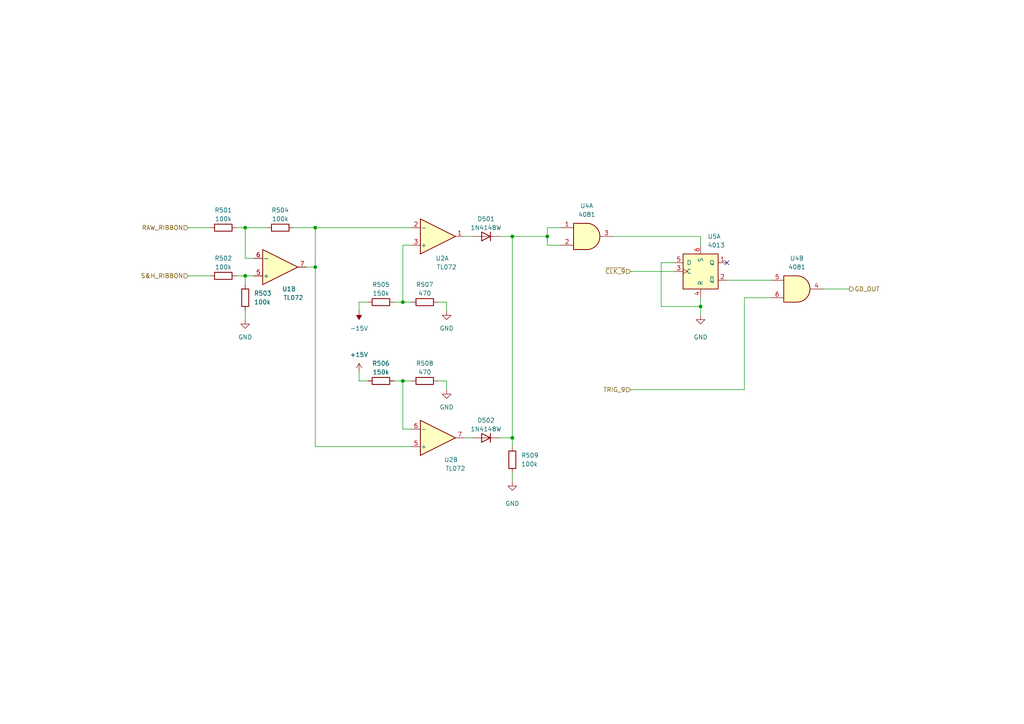
<source format=kicad_sch>
(kicad_sch (version 20211123) (generator eeschema)
  (paper "A4")
  (title_block (title "Josh Ox Ribbon Synth Ribbon board") (date "2022-06-17") (rev "0") (comment 1 "creativecommons.org/licences/by/4.0") (comment 2 "license: CC by 4.0") (comment 3 "Author: Jordan Aceto"))
  (lib_symbols
    (symbol "4xxx:4013" (pin_names (offset 1.016))
      (property "Reference" "U" (at -7.62 8.89 0))
      (property "Value" "4013" (at -7.62 -8.89 0))
      (symbol "4013_1_1"
        (rectangle (start -5.08 5.08) (end 5.08 -5.08) (stroke (width 0.254)) (fill (type background)))
        (pin output line (at 7.62 2.54 180) (length 2.54) (name "Q") (number "1"))
        (pin output line (at 7.62 -2.54 180) (length 2.54) (name "~{Q}") (number "2"))
        (pin input clock (at -7.62 0 0) (length 2.54) (name "C") (number "3"))
        (pin input line (at 0 -7.62 90) (length 2.54) (name "R") (number "4"))
        (pin input line (at -7.62 2.54 0) (length 2.54) (name "D") (number "5"))
        (pin input line (at 0 7.62 270) (length 2.54) (name "S") (number "6"))
      )
      (symbol "4013_2_1"
        (rectangle (start -5.08 5.08) (end 5.08 -5.08) (stroke (width 0.254)) (fill (type background)))
        (pin input line (at 0 -7.62 90) (length 2.54) (name "R") (number "10"))
        (pin input clock (at -7.62 0 0) (length 2.54) (name "C") (number "11"))
        (pin output line (at 7.62 -2.54 180) (length 2.54) (name "~{Q}") (number "12"))
        (pin output line (at 7.62 2.54 180) (length 2.54) (name "Q") (number "13"))
        (pin input line (at 0 7.62 270) (length 2.54) (name "S") (number "8"))
        (pin input line (at -7.62 2.54 0) (length 2.54) (name "D") (number "9"))
      )
      (symbol "4013_3_0"
        (pin power_in line (at 0 10.16 270) (length 2.54) (name "VDD") (number "14"))
        (pin power_in line (at 0 -10.16 90) (length 2.54) (name "VSS") (number "7"))
      )
      (symbol "4013_3_1"
        (rectangle (start -5.08 7.62) (end 5.08 -7.62) (stroke (width 0.254)) (fill (type background)))
      )
    )
    (symbol "4xxx:4081" (pin_names (offset 1.016))
      (property "Reference" "U" (at 0 1.27 0))
      (property "Value" "4081" (at 0 -1.27 0))
      (symbol "4081_1_1"
        (arc (start 0 -3.81) (mid 3.81 0) (end 0 3.81) (stroke (width 0.254)) (fill (type background)))
        (polyline (pts (xy 0 3.81) (xy -3.81 3.81) (xy -3.81 -3.81) (xy 0 -3.81)) (stroke (width 0.254)) (fill (type background)))
        (pin input line (at -7.62 2.54 0) (length 3.81) (name "~") (number "1"))
        (pin input line (at -7.62 -2.54 0) (length 3.81) (name "~") (number "2"))
        (pin output line (at 7.62 0 180) (length 3.81) (name "~") (number "3"))
      )
      (symbol "4081_1_2"
        (arc (start -3.81 -3.81) (mid -2.589 0) (end -3.81 3.81) (stroke (width 0.254)))
        (arc (start -0.6096 -3.81) (mid 2.1842 -2.5851) (end 3.81 0) (stroke (width 0.254)) (fill (type background)))
        (polyline (pts (xy -3.81 -3.81) (xy -0.635 -3.81)) (stroke (width 0.254)) (fill (type background)))
        (polyline (pts (xy -3.81 3.81) (xy -0.635 3.81)) (stroke (width 0.254)) (fill (type background)))
        (polyline (pts (xy -0.635 3.81) (xy -3.81 3.81) (xy -3.81 3.81) (xy -3.556 3.4036) (xy -3.0226 2.2606) (xy -2.6924 1.0414) (xy -2.6162 -0.254) (xy -2.7686 -1.4986) (xy -3.175 -2.7178) (xy -3.81 -3.81) (xy -3.81 -3.81) (xy -0.635 -3.81)) (stroke (width -25.4)) (fill (type background)))
        (arc (start 3.81 0) (mid 2.1915 2.5936) (end -0.6096 3.81) (stroke (width 0.254)) (fill (type background)))
        (pin input inverted (at -7.62 2.54 0) (length 4.318) (name "~") (number "1"))
        (pin input inverted (at -7.62 -2.54 0) (length 4.318) (name "~") (number "2"))
        (pin output inverted (at 7.62 0 180) (length 3.81) (name "~") (number "3"))
      )
      (symbol "4081_2_1"
        (arc (start 0 -3.81) (mid 3.81 0) (end 0 3.81) (stroke (width 0.254)) (fill (type background)))
        (polyline (pts (xy 0 3.81) (xy -3.81 3.81) (xy -3.81 -3.81) (xy 0 -3.81)) (stroke (width 0.254)) (fill (type background)))
        (pin output line (at 7.62 0 180) (length 3.81) (name "~") (number "4"))
        (pin input line (at -7.62 2.54 0) (length 3.81) (name "~") (number "5"))
        (pin input line (at -7.62 -2.54 0) (length 3.81) (name "~") (number "6"))
      )
      (symbol "4081_2_2"
        (arc (start -3.81 -3.81) (mid -2.589 0) (end -3.81 3.81) (stroke (width 0.254)))
        (arc (start -0.6096 -3.81) (mid 2.1842 -2.5851) (end 3.81 0) (stroke (width 0.254)) (fill (type background)))
        (polyline (pts (xy -3.81 -3.81) (xy -0.635 -3.81)) (stroke (width 0.254)) (fill (type background)))
        (polyline (pts (xy -3.81 3.81) (xy -0.635 3.81)) (stroke (width 0.254)) (fill (type background)))
        (polyline (pts (xy -0.635 3.81) (xy -3.81 3.81) (xy -3.81 3.81) (xy -3.556 3.4036) (xy -3.0226 2.2606) (xy -2.6924 1.0414) (xy -2.6162 -0.254) (xy -2.7686 -1.4986) (xy -3.175 -2.7178) (xy -3.81 -3.81) (xy -3.81 -3.81) (xy -0.635 -3.81)) (stroke (width -25.4)) (fill (type background)))
        (arc (start 3.81 0) (mid 2.1915 2.5936) (end -0.6096 3.81) (stroke (width 0.254)) (fill (type background)))
        (pin output inverted (at 7.62 0 180) (length 3.81) (name "~") (number "4"))
        (pin input inverted (at -7.62 2.54 0) (length 4.318) (name "~") (number "5"))
        (pin input inverted (at -7.62 -2.54 0) (length 4.318) (name "~") (number "6"))
      )
      (symbol "4081_3_1"
        (arc (start 0 -3.81) (mid 3.81 0) (end 0 3.81) (stroke (width 0.254)) (fill (type background)))
        (polyline (pts (xy 0 3.81) (xy -3.81 3.81) (xy -3.81 -3.81) (xy 0 -3.81)) (stroke (width 0.254)) (fill (type background)))
        (pin output line (at 7.62 0 180) (length 3.81) (name "~") (number "10"))
        (pin input line (at -7.62 2.54 0) (length 3.81) (name "~") (number "8"))
        (pin input line (at -7.62 -2.54 0) (length 3.81) (name "~") (number "9"))
      )
      (symbol "4081_3_2"
        (arc (start -3.81 -3.81) (mid -2.589 0) (end -3.81 3.81) (stroke (width 0.254)))
        (arc (start -0.6096 -3.81) (mid 2.1842 -2.5851) (end 3.81 0) (stroke (width 0.254)) (fill (type background)))
        (polyline (pts (xy -3.81 -3.81) (xy -0.635 -3.81)) (stroke (width 0.254)) (fill (type background)))
        (polyline (pts (xy -3.81 3.81) (xy -0.635 3.81)) (stroke (width 0.254)) (fill (type background)))
        (polyline (pts (xy -0.635 3.81) (xy -3.81 3.81) (xy -3.81 3.81) (xy -3.556 3.4036) (xy -3.0226 2.2606) (xy -2.6924 1.0414) (xy -2.6162 -0.254) (xy -2.7686 -1.4986) (xy -3.175 -2.7178) (xy -3.81 -3.81) (xy -3.81 -3.81) (xy -0.635 -3.81)) (stroke (width -25.4)) (fill (type background)))
        (arc (start 3.81 0) (mid 2.1915 2.5936) (end -0.6096 3.81) (stroke (width 0.254)) (fill (type background)))
        (pin output inverted (at 7.62 0 180) (length 3.81) (name "~") (number "10"))
        (pin input inverted (at -7.62 2.54 0) (length 4.318) (name "~") (number "8"))
        (pin input inverted (at -7.62 -2.54 0) (length 4.318) (name "~") (number "9"))
      )
      (symbol "4081_4_1"
        (arc (start 0 -3.81) (mid 3.81 0) (end 0 3.81) (stroke (width 0.254)) (fill (type background)))
        (polyline (pts (xy 0 3.81) (xy -3.81 3.81) (xy -3.81 -3.81) (xy 0 -3.81)) (stroke (width 0.254)) (fill (type background)))
        (pin output line (at 7.62 0 180) (length 3.81) (name "~") (number "11"))
        (pin input line (at -7.62 2.54 0) (length 3.81) (name "~") (number "12"))
        (pin input line (at -7.62 -2.54 0) (length 3.81) (name "~") (number "13"))
      )
      (symbol "4081_4_2"
        (arc (start -3.81 -3.81) (mid -2.589 0) (end -3.81 3.81) (stroke (width 0.254)))
        (arc (start -0.6096 -3.81) (mid 2.1842 -2.5851) (end 3.81 0) (stroke (width 0.254)) (fill (type background)))
        (polyline (pts (xy -3.81 -3.81) (xy -0.635 -3.81)) (stroke (width 0.254)) (fill (type background)))
        (polyline (pts (xy -3.81 3.81) (xy -0.635 3.81)) (stroke (width 0.254)) (fill (type background)))
        (polyline (pts (xy -0.635 3.81) (xy -3.81 3.81) (xy -3.81 3.81) (xy -3.556 3.4036) (xy -3.0226 2.2606) (xy -2.6924 1.0414) (xy -2.6162 -0.254) (xy -2.7686 -1.4986) (xy -3.175 -2.7178) (xy -3.81 -3.81) (xy -3.81 -3.81) (xy -0.635 -3.81)) (stroke (width -25.4)) (fill (type background)))
        (arc (start 3.81 0) (mid 2.1915 2.5936) (end -0.6096 3.81) (stroke (width 0.254)) (fill (type background)))
        (pin output inverted (at 7.62 0 180) (length 3.81) (name "~") (number "11"))
        (pin input inverted (at -7.62 2.54 0) (length 4.318) (name "~") (number "12"))
        (pin input inverted (at -7.62 -2.54 0) (length 4.318) (name "~") (number "13"))
      )
      (symbol "4081_5_0"
        (pin power_in line (at 0 12.7 270) (length 5.08) (name "VDD") (number "14"))
        (pin power_in line (at 0 -12.7 90) (length 5.08) (name "VSS") (number "7"))
      )
      (symbol "4081_5_1"
        (rectangle (start -5.08 7.62) (end 5.08 -7.62) (stroke (width 0.254)) (fill (type background)))
      )
    )
    (symbol "Amplifier_Operational:TL072" (pin_names (offset 0.127))
      (property "Reference" "U" (at 0 5.08 0))
      (property "Value" "TL072" (at 0 -5.08 0))
      (symbol "TL072_1_1"
        (polyline (pts (xy -5.08 5.08) (xy 5.08 0) (xy -5.08 -5.08) (xy -5.08 5.08)) (stroke (width 0.254)) (fill (type background)))
        (pin output line (at 7.62 0 180) (length 2.54) (name "~") (number "1"))
        (pin input line (at -7.62 -2.54 0) (length 2.54) (name "-") (number "2"))
        (pin input line (at -7.62 2.54 0) (length 2.54) (name "+") (number "3"))
      )
      (symbol "TL072_2_1"
        (polyline (pts (xy -5.08 5.08) (xy 5.08 0) (xy -5.08 -5.08) (xy -5.08 5.08)) (stroke (width 0.254)) (fill (type background)))
        (pin input line (at -7.62 2.54 0) (length 2.54) (name "+") (number "5"))
        (pin input line (at -7.62 -2.54 0) (length 2.54) (name "-") (number "6"))
        (pin output line (at 7.62 0 180) (length 2.54) (name "~") (number "7"))
      )
      (symbol "TL072_3_1"
        (pin power_in line (at -2.54 -7.62 90) (length 3.81) (name "V-") (number "4"))
        (pin power_in line (at -2.54 7.62 270) (length 3.81) (name "V+") (number "8"))
      )
    )
    (symbol "Device:R" (pin_numbers hide) (pin_names (offset 0))
      (property "Reference" "R" (at 2.032 0 90))
      (property "Value" "R" (at 0 0 90))
      (symbol "R_0_1"
        (rectangle (start -1.016 -2.54) (end 1.016 2.54) (stroke (width 0.254)))
      )
      (symbol "R_1_1"
        (pin passive line (at 0 3.81 270) (length 1.27) (name "~") (number "1"))
        (pin passive line (at 0 -3.81 90) (length 1.27) (name "~") (number "2"))
      )
    )
    (symbol "Diode:1N4148W" (pin_numbers hide) (pin_names (offset 1.016) hide)
      (property "Reference" "D" (at 0 2.54 0))
      (property "Value" "1N4148W" (at 0 -2.54 0))
      (symbol "1N4148W_0_1"
        (polyline (pts (xy -1.27 1.27) (xy -1.27 -1.27)) (stroke (width 0.254)))
        (polyline (pts (xy 1.27 0) (xy -1.27 0)))
        (polyline (pts (xy 1.27 1.27) (xy 1.27 -1.27) (xy -1.27 0) (xy 1.27 1.27)) (stroke (width 0.254)))
      )
      (symbol "1N4148W_1_1"
        (pin passive line (at -3.81 0 0) (length 2.54) (name "K") (number "1"))
        (pin passive line (at 3.81 0 180) (length 2.54) (name "A") (number "2"))
      )
    )
    (symbol "power:+15V" (power) (pin_names (offset 0))
      (property "Value" "+15V" (at 0 3.556 0))
      (symbol "+15V_0_1"
        (polyline (pts (xy -0.762 1.27) (xy 0 2.54)))
        (polyline (pts (xy 0 0) (xy 0 2.54)))
        (polyline (pts (xy 0 2.54) (xy 0.762 1.27)))
      )
      (symbol "+15V_1_1"
        (pin power_in line (at 0 0 90) (length 0) hide (name "+15V") (number "1"))
      )
    )
    (symbol "power:-15V" (power) (pin_names (offset 0))
      (property "Value" "-15V" (at 0 3.81 0))
      (symbol "-15V_0_0"
        (pin power_in line (at 0 0 90) (length 0) hide (name "-15V") (number "1"))
      )
      (symbol "-15V_0_1"
        (polyline (pts (xy 0 0) (xy 0 1.27) (xy 0.762 1.27) (xy 0 2.54) (xy -0.762 1.27) (xy 0 1.27)) (fill (type outline)))
      )
    )
    (symbol "power:GND" (power) (pin_names (offset 0))
      (property "Value" "GND" (at 0 -3.81 0))
      (symbol "GND_0_1"
        (polyline (pts (xy 0 0) (xy 0 -1.27) (xy 1.27 -1.27) (xy 0 -2.54) (xy -1.27 -1.27) (xy 0 -1.27)))
      )
      (symbol "GND_1_1"
        (pin power_in line (at 0 0 270) (length 0) hide (name "GND") (number "1"))
      )
    )
  )
  (junction (at 116.84 110.49))
  (junction (at 148.59 127))
  (junction (at 116.84 87.63))
  (junction (at 91.44 77.47))
  (junction (at 71.12 80.01))
  (junction (at 71.12 66.04))
  (junction (at 148.59 68.58))
  (junction (at 91.44 66.04))
  (junction (at 203.2 88.9))
  (junction (at 158.75 68.58))
  (no_connect (at 210.82 76.2))
  (wire (pts (xy 71.12 66.04) (xy 77.47 66.04)))
  (wire (pts (xy 91.44 77.47) (xy 91.44 66.04)))
  (wire (pts (xy 68.58 66.04) (xy 71.12 66.04)))
  (wire (pts (xy 68.58 80.01) (xy 71.12 80.01)))
  (wire (pts (xy 73.66 74.93) (xy 71.12 74.93)))
  (wire (pts (xy 104.14 87.63) (xy 106.68 87.63)))
  (wire (pts (xy 148.59 137.16) (xy 148.59 139.7)))
  (wire (pts (xy 91.44 129.54) (xy 91.44 77.47)))
  (wire (pts (xy 91.44 66.04) (xy 85.09 66.04)))
  (wire (pts (xy 129.54 90.17) (xy 129.54 87.63)))
  (wire (pts (xy 195.58 76.2) (xy 191.77 76.2)))
  (wire (pts (xy 71.12 74.93) (xy 71.12 66.04)))
  (wire (pts (xy 148.59 127) (xy 148.59 68.58)))
  (wire (pts (xy 148.59 68.58) (xy 144.78 68.58)))
  (wire (pts (xy 116.84 71.12) (xy 116.84 87.63)))
  (wire (pts (xy 104.14 90.17) (xy 104.14 87.63)))
  (wire (pts (xy 119.38 71.12) (xy 116.84 71.12)))
  (wire (pts (xy 215.9 113.03) (xy 215.9 86.36)))
  (wire (pts (xy 210.82 81.28) (xy 223.52 81.28)))
  (wire (pts (xy 119.38 124.46) (xy 116.84 124.46)))
  (wire (pts (xy 116.84 87.63) (xy 114.3 87.63)))
  (wire (pts (xy 158.75 71.12) (xy 158.75 68.58)))
  (wire (pts (xy 134.62 127) (xy 137.16 127)))
  (wire (pts (xy 129.54 87.63) (xy 127 87.63)))
  (wire (pts (xy 129.54 110.49) (xy 127 110.49)))
  (wire (pts (xy 203.2 71.12) (xy 203.2 68.58)))
  (wire (pts (xy 129.54 113.03) (xy 129.54 110.49)))
  (wire (pts (xy 158.75 68.58) (xy 158.75 66.04)))
  (wire (pts (xy 114.3 110.49) (xy 116.84 110.49)))
  (wire (pts (xy 144.78 127) (xy 148.59 127)))
  (wire (pts (xy 148.59 129.54) (xy 148.59 127)))
  (wire (pts (xy 203.2 68.58) (xy 177.8 68.58)))
  (wire (pts (xy 238.76 83.82) (xy 246.38 83.82)))
  (wire (pts (xy 182.88 78.74) (xy 195.58 78.74)))
  (wire (pts (xy 215.9 86.36) (xy 223.52 86.36)))
  (wire (pts (xy 182.88 113.03) (xy 215.9 113.03)))
  (wire (pts (xy 191.77 76.2) (xy 191.77 88.9)))
  (wire (pts (xy 104.14 107.95) (xy 104.14 110.49)))
  (wire (pts (xy 162.56 71.12) (xy 158.75 71.12)))
  (wire (pts (xy 203.2 88.9) (xy 203.2 91.44)))
  (wire (pts (xy 54.61 66.04) (xy 60.96 66.04)))
  (wire (pts (xy 54.61 80.01) (xy 60.96 80.01)))
  (wire (pts (xy 71.12 80.01) (xy 73.66 80.01)))
  (wire (pts (xy 119.38 87.63) (xy 116.84 87.63)))
  (wire (pts (xy 158.75 66.04) (xy 162.56 66.04)))
  (wire (pts (xy 116.84 110.49) (xy 119.38 110.49)))
  (wire (pts (xy 119.38 129.54) (xy 91.44 129.54)))
  (wire (pts (xy 191.77 88.9) (xy 203.2 88.9)))
  (wire (pts (xy 134.62 68.58) (xy 137.16 68.58)))
  (wire (pts (xy 71.12 80.01) (xy 71.12 82.55)))
  (wire (pts (xy 71.12 90.17) (xy 71.12 92.71)))
  (wire (pts (xy 88.9 77.47) (xy 91.44 77.47)))
  (wire (pts (xy 91.44 66.04) (xy 119.38 66.04)))
  (wire (pts (xy 104.14 110.49) (xy 106.68 110.49)))
  (wire (pts (xy 148.59 68.58) (xy 158.75 68.58)))
  (wire (pts (xy 203.2 88.9) (xy 203.2 86.36)))
  (wire (pts (xy 116.84 124.46) (xy 116.84 110.49)))
  (hierarchical_label "S&H_RIBBON" (shape input) (at 54.61 80.01 180))
  (hierarchical_label "TRIG_9" (shape input) (at 182.88 113.03 180))
  (hierarchical_label "~{CLK_9}" (shape input) (at 182.88 78.74 180))
  (hierarchical_label "GD_OUT" (shape output) (at 246.38 83.82 0))
  (hierarchical_label "RAW_RIBBON" (shape input) (at 54.61 66.04 180))
  (symbol (lib_id "Amplifier_Operational:TL072") (at 81.28 77.47 0) (mirror x) (unit 2)
    (property "Reference" "U1" (at 83.82 83.82 0))
    (property "Value" "TL072" (at 85.09 86.36 0))
    (property "Footprint" "Package_SO:SO-8_5.3x6.2mm_P1.27mm" (effects hide))
    (property "Datasheet" "http://www.ti.com/lit/ds/symlink/tl071.pdf" (effects hide))
  )
  (symbol (lib_id "power:GND") (at 129.54 113.03 0) (unit 1)
    (property "Reference" "#PWR0505" (effects hide))
    (property "Value" "GND" (at 129.54 118.11 0))
  )
  (symbol (lib_id "Device:R") (at 123.19 87.63 270) (mirror x) (unit 1)
    (property "Reference" "R507" (at 123.19 82.55 90))
    (property "Value" "470" (at 123.19 85.09 90))
    (property "Footprint" "Resistor_SMD:R_0805_2012Metric" (effects hide))
  )
  (symbol (lib_id "Device:R") (at 64.77 66.04 90) (unit 1)
    (property "Reference" "R501" (at 64.77 60.96 90))
    (property "Value" "100k" (at 64.77 63.5 90))
    (property "Footprint" "Resistor_SMD:R_0805_2012Metric" (effects hide))
  )
  (symbol (lib_id "Device:R") (at 148.59 133.35 0) (unit 1)
    (property "Reference" "R509" (at 151.13 132.0799 0) (effects (justify left)))
    (property "Value" "100k" (at 151.13 134.6199 0) (effects (justify left)))
    (property "Footprint" "Resistor_SMD:R_0805_2012Metric" (effects hide))
  )
  (symbol (lib_id "power:GND") (at 203.2 91.44 0) (unit 1)
    (property "Reference" "#PWR0507" (effects hide))
    (property "Value" "GND" (at 203.2 97.79 0))
  )
  (symbol (lib_id "Device:R") (at 110.49 87.63 270) (mirror x) (unit 1)
    (property "Reference" "R505" (at 110.49 82.55 90))
    (property "Value" "150k" (at 110.49 85.09 90))
    (property "Footprint" "Resistor_SMD:R_0805_2012Metric" (effects hide))
  )
  (symbol (lib_id "power:GND") (at 71.12 92.71 0) (unit 1)
    (property "Reference" "#PWR0501" (effects hide))
    (property "Value" "GND" (at 71.12 97.79 0))
  )
  (symbol (lib_id "4xxx:4081") (at 170.18 68.58 0) (unit 1)
    (property "Reference" "U4" (at 170.18 59.69 0))
    (property "Value" "4081" (at 170.18 62.23 0))
    (property "Footprint" "Package_SO:SOIC-14_3.9x8.7mm_P1.27mm" (effects hide))
    (property "Datasheet" "http://www.intersil.com/content/dam/Intersil/documents/cd40/cd4073bms-81bms-82bms.pdf" (effects hide))
  )
  (symbol (lib_id "power:GND") (at 129.54 90.17 0) (mirror y) (unit 1)
    (property "Reference" "#PWR0504" (effects hide))
    (property "Value" "GND" (at 129.54 95.25 0))
  )
  (symbol (lib_id "Amplifier_Operational:TL072") (at 127 127 0) (mirror x) (unit 2)
    (property "Reference" "U2" (at 130.81 133.35 0))
    (property "Value" "TL072" (at 132.08 135.89 0))
    (property "Footprint" "Package_SO:SO-8_5.3x6.2mm_P1.27mm" (effects hide))
    (property "Datasheet" "http://www.ti.com/lit/ds/symlink/tl071.pdf" (effects hide))
  )
  (symbol (lib_id "Device:R") (at 123.19 110.49 90) (unit 1)
    (property "Reference" "R508" (at 123.19 105.41 90))
    (property "Value" "470" (at 123.19 107.95 90))
    (property "Footprint" "Resistor_SMD:R_0805_2012Metric" (effects hide))
  )
  (symbol (lib_id "Device:R") (at 110.49 110.49 90) (unit 1)
    (property "Reference" "R506" (at 110.49 105.41 90))
    (property "Value" "150k" (at 110.49 107.95 90))
    (property "Footprint" "Resistor_SMD:R_0805_2012Metric" (effects hide))
  )
  (symbol (lib_id "power:-15V") (at 104.14 90.17 0) (mirror x) (unit 1)
    (property "Reference" "#PWR0502" (effects hide))
    (property "Value" "-15V" (at 104.14 95.25 0))
  )
  (symbol (lib_id "Amplifier_Operational:TL072") (at 127 68.58 0) (mirror x) (unit 1)
    (property "Reference" "U2" (at 128.27 74.93 0))
    (property "Value" "TL072" (at 129.54 77.47 0))
    (property "Footprint" "Package_SO:SO-8_5.3x6.2mm_P1.27mm" (effects hide))
    (property "Datasheet" "http://www.ti.com/lit/ds/symlink/tl071.pdf" (effects hide))
  )
  (symbol (lib_id "Device:R") (at 81.28 66.04 90) (unit 1)
    (property "Reference" "R504" (at 81.28 60.96 90))
    (property "Value" "100k" (at 81.28 63.5 90))
    (property "Footprint" "Resistor_SMD:R_0805_2012Metric" (effects hide))
  )
  (symbol (lib_id "Device:R") (at 71.12 86.36 0) (unit 1)
    (property "Reference" "R503" (at 73.66 85.0899 0) (effects (justify left)))
    (property "Value" "100k" (at 73.66 87.6299 0) (effects (justify left)))
    (property "Footprint" "Resistor_SMD:R_0805_2012Metric" (effects hide))
  )
  (symbol (lib_id "Device:R") (at 64.77 80.01 90) (unit 1)
    (property "Reference" "R502" (at 64.77 74.93 90))
    (property "Value" "100k" (at 64.77 77.47 90))
    (property "Footprint" "Resistor_SMD:R_0805_2012Metric" (effects hide))
  )
  (symbol (lib_id "Diode:1N4148W") (at 140.97 68.58 180) (unit 1)
    (property "Reference" "D501" (at 140.97 63.5 0))
    (property "Value" "1N4148W" (at 140.97 66.04 0))
    (property "Footprint" "Diode_SMD:D_SOD-123" (effects hide))
    (property "Datasheet" "https://www.vishay.com/docs/85748/1n4148w.pdf" (effects hide))
  )
  (symbol (lib_id "4xxx:4013") (at 203.2 78.74 0) (unit 1)
    (property "Reference" "U5" (at 205.2194 68.58 0) (effects (justify left)))
    (property "Value" "4013" (at 205.2194 71.12 0) (effects (justify left)))
    (property "Footprint" "Package_SO:SOIC-14_3.9x8.7mm_P1.27mm" (effects hide))
    (property "Datasheet" "http://www.onsemi.com/pub/Collateral/MC14013B-D.PDF" (effects hide))
  )
  (symbol (lib_id "power:GND") (at 148.59 139.7 0) (unit 1)
    (property "Reference" "#PWR0506" (effects hide))
    (property "Value" "GND" (at 148.59 146.05 0))
  )
  (symbol (lib_id "4xxx:4081") (at 231.14 83.82 0) (unit 2)
    (property "Reference" "U4" (at 231.14 74.93 0))
    (property "Value" "4081" (at 231.14 77.47 0))
    (property "Footprint" "Package_SO:SOIC-14_3.9x8.7mm_P1.27mm" (effects hide))
    (property "Datasheet" "http://www.intersil.com/content/dam/Intersil/documents/cd40/cd4073bms-81bms-82bms.pdf" (effects hide))
  )
  (symbol (lib_id "power:+15V") (at 104.14 107.95 0) (unit 1)
    (property "Reference" "#PWR0503" (effects hide))
    (property "Value" "+15V" (at 104.14 102.87 0))
  )
  (symbol (lib_id "Diode:1N4148W") (at 140.97 127 180) (unit 1)
    (property "Reference" "D502" (at 140.97 121.92 0))
    (property "Value" "1N4148W" (at 140.97 124.46 0))
    (property "Footprint" "Diode_SMD:D_SOD-123" (effects hide))
    (property "Datasheet" "https://www.vishay.com/docs/85748/1n4148w.pdf" (effects hide))
  )
)
</source>
